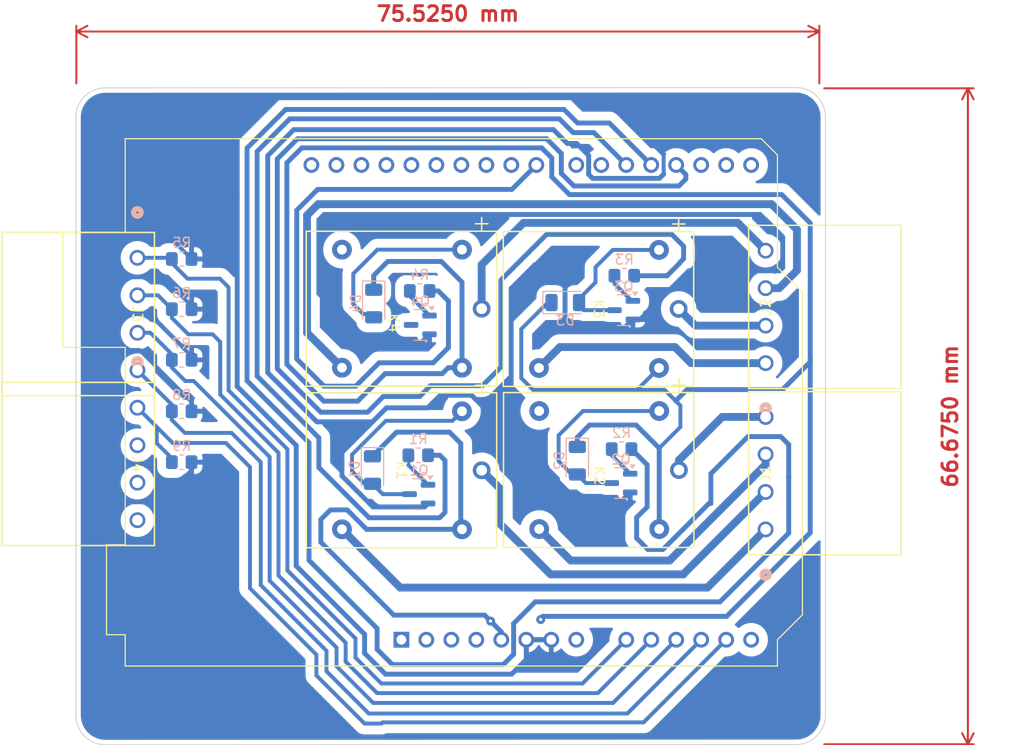
<source format=kicad_pcb>
(kicad_pcb (version 20240108) (generator "pcbnew") (generator_version "8.0")
  (layers (0 "F.Cu" signal) (31 "B.Cu" signal) (34 "B.Paste" user) (35 "F.Paste" user) (36 "B.SilkS" user "B.Silkscreen") (37 "F.SilkS" user "F.Silkscreen") (38 "B.Mask" user) (39 "F.Mask" user) (44 "Edge.Cuts" user))
  (net 0 "")
  (net 1 "Net-(D1-A)")
  (net 2 "5V")
  (net 3 "Net-(D2-A)")
  (net 4 "Net-(D3-A)")
  (net 5 "Net-(D4-A)")
  (net 6 "RNO1")
  (net 7 "COM1")
  (net 8 "RNO2")
  (net 10 "RNO3")
  (net 11 "RNO4")
  (net 13 "GND")
  (net 14 "Net-(Q1-B)")
  (net 15 "Net-(Q2-B)")
  (net 16 "Net-(Q3-B)")
  (net 17 "Net-(Q4-B)")
  (net 18 "OUT1")
  (net 19 "OUT2")
  (net 20 "OUT3")
  (net 21 "OUT4")
  (net 22 "COM2")
  (net 23 "COM4")
  (net 24 "COM3")
  (net 25 "ADC3")
  (net 26 "ADC2")
  (net 27 "ADC1")
  (net 28 "ADC0")
  (net 29 "ADC4")
  (footprint "aseli:CONN_WJ15EDGRC-3.81-4P_KAN" (layer "F.Cu") (at 102.2904 82.3831 90)
    (property "Reference" "J1" (at 5.715 0 90) (layer "F.SilkS"))
    (property "Value" "WJ15EDGRC-3.81-4P")
    (pad "1" thru_hole circle (at 0 0 90) (size 1.6002 1.6002) (drill 1.0922) (layers "*.Cu" "*.Mask") (net 6 "RNO1"))
    (pad "2" thru_hole circle (at 3.81 0 90) (size 1.6002 1.6002) (drill 1.0922) (layers "*.Cu" "*.Mask") (net 7 "COM1"))
    (pad "3" thru_hole circle (at 7.62 0 90) (size 1.6002 1.6002) (drill 1.0922) (layers "*.Cu" "*.Mask") (net 8 "RNO2"))
    (pad "4" thru_hole circle (at 11.43 0 90) (size 1.6002 1.6002) (drill 1.0922) (layers "*.Cu" "*.Mask") (net 22 "COM2"))
  )
  (footprint "aseli:CONN_WJ15EDGRC-3.81-4P_KAN" (layer "F.Cu") (at 102.2904 65.4831 90)
    (property "Reference" "J2" (at 5.715 0 90) (layer "F.SilkS"))
    (property "Value" "WJ15EDGRC-3.81-4P")
    (pad "1" thru_hole circle (at 0 0 90) (size 1.6002 1.6002) (drill 1.0922) (layers "*.Cu" "*.Mask") (net 10 "RNO3"))
    (pad "2" thru_hole circle (at 3.81 0 90) (size 1.6002 1.6002) (drill 1.0922) (layers "*.Cu" "*.Mask") (net 24 "COM3"))
    (pad "3" thru_hole circle (at 7.62 0 90) (size 1.6002 1.6002) (drill 1.0922) (layers "*.Cu" "*.Mask") (net 11 "RNO4"))
    (pad "4" thru_hole circle (at 11.43 0 90) (size 1.6002 1.6002) (drill 1.0922) (layers "*.Cu" "*.Mask") (net 23 "COM4"))
  )
  (footprint "aseli:CONN_WJ15EDGRC-3.81-4P_KAN" (layer "F.Cu") (at 38.4346 70.0169 -90)
    (property "Reference" "J4" (at 5.715 0 -90) (layer "F.SilkS"))
    (property "Value" "WJ15EDGRC-3.81-4P")
    (pad "1" thru_hole circle (at 0 0 270) (size 1.6002 1.6002) (drill 1.0922) (layers "*.Cu" "*.Mask") (net 29 "ADC4"))
    (pad "2" thru_hole circle (at 3.81 0 270) (size 1.6002 1.6002) (drill 1.0922) (layers "*.Cu" "*.Mask"))
    (pad "3" thru_hole circle (at 7.62 0 270) (size 1.6002 1.6002) (drill 1.0922) (layers "*.Cu" "*.Mask"))
    (pad "4" thru_hole circle (at 11.43 0 270) (size 1.6002 1.6002) (drill 1.0922) (layers "*.Cu" "*.Mask"))
  )
  (footprint "aseli:CONN_WJ15EDGRC-3.81-4P_KAN" (layer "F.Cu") (at 38.4346 54.7769 -90)
    (property "Reference" "J3" (at 5.715 0 -90) (layer "F.SilkS"))
    (property "Value" "WJ15EDGRC-3.81-4P")
    (pad "1" thru_hole circle (at 0 0 270) (size 1.6002 1.6002) (drill 1.0922) (layers "*.Cu" "*.Mask") (net 28 "ADC0"))
    (pad "2" thru_hole circle (at 3.81 0 270) (size 1.6002 1.6002) (drill 1.0922) (layers "*.Cu" "*.Mask") (net 27 "ADC1"))
    (pad "3" thru_hole circle (at 7.62 0 270) (size 1.6002 1.6002) (drill 1.0922) (layers "*.Cu" "*.Mask") (net 26 "ADC2"))
    (pad "4" thru_hole circle (at 11.43 0 270) (size 1.6002 1.6002) (drill 1.0922) (layers "*.Cu" "*.Mask") (net 25 "ADC3"))
  )
  (footprint "aseli:RELAY_SRD-05VDC-SL-C_MCE" (layer "F.Cu") (at 93.450799 59.975001 -90)
    (property "Reference" "K3" (at 0 8.1504 -90) (layer "F.SilkS"))
    (property "Value" "SRD-05VDC-SL-C")
    (pad "1" thru_hole circle (at 0 0 270) (size 1.8002 1.8002) (drill 1.0922) (layers "*.Cu" "*.Mask") (net 24 "COM3"))
    (pad "2" thru_hole circle (at -5.999999 2.000001 270) (size 2.005 2.005) (drill 0.997) (layers "*.Cu" "*.Mask") (net 4 "Net-(D3-A)"))
    (pad "4" thru_hole circle (at 5.999999 14.200799 270) (size 2.005 2.005) (drill 0.997) (layers "*.Cu" "*.Mask") (net 10 "RNO3"))
    (pad "5" thru_hole circle (at 5.999999 2.000001 270) (size 2.005 2.005) (drill 0.997) (layers "*.Cu" "*.Mask") (net 2 "5V"))
  )
  (footprint "Module:Arduino_UNO_R3" (layer "F.Cu") (at 65.26 45.6)
    (property "Reference" "A1" (hide yes))
    (property "Value" "Arduino_UNO_R3")
    (pad "1" thru_hole rect (at 0 48 270) (size 1.6 1.6) (drill 1) (layers "*.Cu" "*.Mask"))
    (pad "2" thru_hole oval (at 2.54 48 270) (size 1.6 1.6) (drill 1) (layers "*.Cu" "*.Mask"))
    (pad "3" thru_hole oval (at 5.08 48 270) (size 1.6 1.6) (drill 1) (layers "*.Cu" "*.Mask"))
    (pad "4" thru_hole oval (at 7.62 48 270) (size 1.6 1.6) (drill 1) (layers "*.Cu" "*.Mask"))
    (pad "5" thru_hole oval (at 10.16 48 270) (size 1.6 1.6) (drill 1) (layers "*.Cu" "*.Mask") (net 2 "5V"))
    (pad "6" thru_hole oval (at 12.7 48 270) (size 1.6 1.6) (drill 1) (layers "*.Cu" "*.Mask") (net 13 "GND"))
    (pad "7" thru_hole oval (at 15.24 48 270) (size 1.6 1.6) (drill 1) (layers "*.Cu" "*.Mask") (net 13 "GND"))
    (pad "8" thru_hole oval (at 17.78 48 270) (size 1.6 1.6) (drill 1) (layers "*.Cu" "*.Mask"))
    (pad "9" thru_hole oval (at 22.86 48 270) (size 1.6 1.6) (drill 1) (layers "*.Cu" "*.Mask") (net 28 "ADC0"))
    (pad "10" thru_hole oval (at 25.4 48 270) (size 1.6 1.6) (drill 1) (layers "*.Cu" "*.Mask") (net 27 "ADC1"))
    (pad "11" thru_hole oval (at 27.94 48 270) (size 1.6 1.6) (drill 1) (layers "*.Cu" "*.Mask") (net 26 "ADC2"))
    (pad "12" thru_hole oval (at 30.48 48 270) (size 1.6 1.6) (drill 1) (layers "*.Cu" "*.Mask") (net 25 "ADC3"))
    (pad "13" thru_hole oval (at 33.02 48 270) (size 1.6 1.6) (drill 1) (layers "*.Cu" "*.Mask") (net 29 "ADC4"))
    (pad "14" thru_hole oval (at 35.56 48 270) (size 1.6 1.6) (drill 1) (layers "*.Cu" "*.Mask"))
    (pad "15" thru_hole oval (at 35.56 -0.26 270) (size 1.6 1.6) (drill 1) (layers "*.Cu" "*.Mask"))
    (pad "16" thru_hole oval (at 33.02 -0.26 270) (size 1.6 1.6) (drill 1) (layers "*.Cu" "*.Mask"))
    (pad "17" thru_hole oval (at 30.48 -0.26 270) (size 1.6 1.6) (drill 1) (layers "*.Cu" "*.Mask"))
    (pad "18" thru_hole oval (at 27.94 -0.26 270) (size 1.6 1.6) (drill 1) (layers "*.Cu" "*.Mask") (net 20 "OUT3"))
    (pad "19" thru_hole oval (at 25.4 -0.26 270) (size 1.6 1.6) (drill 1) (layers "*.Cu" "*.Mask") (net 19 "OUT2"))
    (pad "20" thru_hole oval (at 22.86 -0.26 270) (size 1.6 1.6) (drill 1) (layers "*.Cu" "*.Mask") (net 18 "OUT1"))
    (pad "21" thru_hole oval (at 20.32 -0.26 270) (size 1.6 1.6) (drill 1) (layers "*.Cu" "*.Mask"))
    (pad "22" thru_hole oval (at 17.78 -0.26 270) (size 1.6 1.6) (drill 1) (layers "*.Cu" "*.Mask"))
    (pad "23" thru_hole oval (at 13.72 -0.26 270) (size 1.6 1.6) (drill 1) (layers "*.Cu" "*.Mask") (net 21 "OUT4"))
    (pad "24" thru_hole oval (at 11.18 -0.26 270) (size 1.6 1.6) (drill 1) (layers "*.Cu" "*.Mask"))
    (pad "25" thru_hole oval (at 8.64 -0.26 270) (size 1.6 1.6) (drill 1) (layers "*.Cu" "*.Mask"))
    (pad "26" thru_hole oval (at 6.1 -0.26 270) (size 1.6 1.6) (drill 1) (layers "*.Cu" "*.Mask"))
    (pad "27" thru_hole oval (at 3.56 -0.26 270) (size 1.6 1.6) (drill 1) (layers "*.Cu" "*.Mask"))
    (pad "28" thru_hole oval (at 1.02 -0.26 270) (size 1.6 1.6) (drill 1) (layers "*.Cu" "*.Mask"))
    (pad "29" thru_hole oval (at -1.52 -0.26 270) (size 1.6 1.6) (drill 1) (layers "*.Cu" "*.Mask"))
    (pad "30" thru_hole oval (at -4.06 -0.26 270) (size 1.6 1.6) (drill 1) (layers "*.Cu" "*.Mask"))
    (pad "31" thru_hole oval (at -6.6 -0.26 270) (size 1.6 1.6) (drill 1) (layers "*.Cu" "*.Mask"))
    (pad "32" thru_hole oval (at -9.14 -0.26 270) (size 1.6 1.6) (drill 1) (layers "*.Cu" "*.Mask"))
  )
  (footprint "aseli:RELAY_SRD-05VDC-SL-C_MCE" (layer "F.Cu") (at 73.425799 76.375001 -90)
    (property "Reference" "K1" (at 0 8.1504 -90) (layer "F.SilkS"))
    (property "Value" "SRD-05VDC-SL-C")
    (pad "1" thru_hole circle (at 0 0 270) (size 1.8002 1.8002) (drill 1.0922) (layers "*.Cu" "*.Mask") (net 7 "COM1"))
    (pad "2" thru_hole circle (at -5.999999 2.000001 270) (size 2.005 2.005) (drill 0.997) (layers "*.Cu" "*.Mask") (net 1 "Net-(D1-A)"))
    (pad "4" thru_hole circle (at 5.999999 14.200799 270) (size 2.005 2.005) (drill 0.997) (layers "*.Cu" "*.Mask") (net 6 "RNO1"))
    (pad "5" thru_hole circle (at 5.999999 2.000001 270) (size 2.005 2.005) (drill 0.997) (layers "*.Cu" "*.Mask") (net 2 "5V"))
  )
  (footprint "aseli:RELAY_SRD-05VDC-SL-C_MCE" (layer "F.Cu") (at 73.425799 59.950001 -90)
    (property "Reference" "K4" (at 1.45 8.9504 -90) (layer "F.SilkS"))
    (property "Value" "SRD-05VDC-SL-C")
    (pad "1" thru_hole circle (at 0 0 270) (size 1.8002 1.8002) (drill 1.0922) (layers "*.Cu" "*.Mask") (net 23 "COM4"))
    (pad "2" thru_hole circle (at -5.999999 2.000001 270) (size 2.005 2.005) (drill 0.997) (layers "*.Cu" "*.Mask") (net 5 "Net-(D4-A)"))
    (pad "3" thru_hole circle (at -5.999999 14.200799 270) (size 2.005 2.005) (drill 0.997) (layers "*.Cu" "*.Mask"))
    (pad "4" thru_hole circle (at 5.999999 14.200799 270) (size 2.005 2.005) (drill 0.997) (layers "*.Cu" "*.Mask") (net 11 "RNO4"))
    (pad "5" thru_hole circle (at 5.999999 2.000001 270) (size 2.005 2.005) (drill 0.997) (layers "*.Cu" "*.Mask") (net 2 "5V"))
  )
  (footprint "aseli:RELAY_SRD-05VDC-SL-C_MCE" (layer "F.Cu") (at 93.475799 76.349999 -90)
    (property "Reference" "K2" (at 0.575 8.0754 -90) (layer "F.SilkS"))
    (property "Value" "SRD-05VDC-SL-C")
    (pad "1" thru_hole circle (at 0 0 270) (size 1.8002 1.8002) (drill 1.0922) (layers "*.Cu" "*.Mask") (net 22 "COM2"))
    (pad "2" thru_hole circle (at -5.999999 2.000001 270) (size 2.005 2.005) (drill 0.997) (layers "*.Cu" "*.Mask") (net 3 "Net-(D2-A)"))
    (pad "3" thru_hole circle (at -5.999999 14.200799 270) (size 2.005 2.005) (drill 0.997) (layers "*.Cu" "*.Mask"))
    (pad "4" thru_hole circle (at 5.999999 14.200799 270) (size 2.005 2.005) (drill 0.997) (layers "*.Cu" "*.Mask") (net 8 "RNO2"))
    (pad "5" thru_hole circle (at 5.999999 2.000001 270) (size 2.005 2.005) (drill 0.997) (layers "*.Cu" "*.Mask") (net 2 "5V"))
  )
  (footprint "Resistor_SMD:R_0805_2012Metric_Pad1.20x1.40mm_HandSolder" (layer "B.Cu") (at 87.925 56.6 180)
    (property "Reference" "R3" (at 0 1.65 0) (layer "B.SilkS") (effects (justify mirror)))
    (property "Value" "R10k")
    (pad "1" smd roundrect (at -1 0 180) (size 1.2 1.4) (layers "B.Cu" "B.Paste" "B.Mask") (roundrect_rratio 0.208333) (net 20 "OUT3"))
    (pad "2" smd roundrect (at 1 0 180) (size 1.2 1.4) (layers "B.Cu" "B.Paste" "B.Mask") (roundrect_rratio 0.208333) (net 16 "Net-(Q3-B)"))
  )
  (footprint "Resistor_SMD:R_0805_2012Metric_Pad1.20x1.40mm_HandSolder" (layer "B.Cu") (at 42.9346 65.15 180)
    (property "Reference" "R7" (at 0 1.65 0) (layer "B.SilkS") (effects (justify mirror)))
    (property "Value" "R10k")
    (pad "1" smd roundrect (at -1 0 180) (size 1.2 1.4) (layers "B.Cu" "B.Paste" "B.Mask") (roundrect_rratio 0.208333) (net 13 "GND"))
    (pad "2" smd roundrect (at 1 0 180) (size 1.2 1.4) (layers "B.Cu" "B.Paste" "B.Mask") (roundrect_rratio 0.208333) (net 26 "ADC2"))
  )
  (footprint "Resistor_SMD:R_0805_2012Metric_Pad1.20x1.40mm_HandSolder" (layer "B.Cu") (at 42.9346 75.55 180)
    (property "Reference" "R9" (at 0 1.65 0) (layer "B.SilkS") (effects (justify mirror)))
    (property "Value" "R10k")
    (pad "1" smd roundrect (at -1 0 180) (size 1.2 1.4) (layers "B.Cu" "B.Paste" "B.Mask") (roundrect_rratio 0.208333) (net 13 "GND"))
    (pad "2" smd roundrect (at 1 0 180) (size 1.2 1.4) (layers "B.Cu" "B.Paste" "B.Mask") (roundrect_rratio 0.208333) (net 29 "ADC4"))
  )
  (footprint "Package_TO_SOT_SMD:SOT-23" (layer "B.Cu") (at 67.1875 61.6 180)
    (property "Reference" "Q4" (at 0 2.4 0) (layer "B.SilkS") (effects (justify mirror)))
    (property "Value" "SS8050")
    (pad "1" smd roundrect (at -0.9375 0.95 180) (size 1.475 0.6) (layers "B.Cu" "B.Paste" "B.Mask") (net 17 "Net-(Q4-B)"))
    (pad "2" smd roundrect (at -0.9375 -0.95 180) (size 1.475 0.6) (layers "B.Cu" "B.Paste" "B.Mask") (net 13 "GND"))
    (pad "3" smd roundrect (at 0.9375 0 180) (size 1.475 0.6) (layers "B.Cu" "B.Paste" "B.Mask") (net 5 "Net-(D4-A)"))
  )
  (footprint "Package_TO_SOT_SMD:SOT-23" (layer "B.Cu") (at 87.8625 60.1 180)
    (property "Reference" "Q3" (at 0 2.4 0) (layer "B.SilkS") (effects (justify mirror)))
    (property "Value" "SS8050")
    (pad "1" smd roundrect (at -0.9375 0.95 180) (size 1.475 0.6) (layers "B.Cu" "B.Paste" "B.Mask") (net 16 "Net-(Q3-B)"))
    (pad "2" smd roundrect (at -0.9375 -0.95 180) (size 1.475 0.6) (layers "B.Cu" "B.Paste" "B.Mask") (net 13 "GND"))
    (pad "3" smd roundrect (at 0.9375 0 180) (size 1.475 0.6) (layers "B.Cu" "B.Paste" "B.Mask") (net 4 "Net-(D3-A)"))
  )
  (footprint "Diode_SMD:D_1206_3216Metric" (layer "B.Cu") (at 62.45 59.425 -90)
    (property "Reference" "D4" (at 0 1.82 90) (layer "B.SilkS") (effects (justify mirror)))
    (property "Value" "1N4148")
    (pad "1" smd roundrect (at -1.4 0 270) (size 1.25 1.75) (layers "B.Cu" "B.Paste" "B.Mask") (roundrect_rratio 0.2) (net 2 "5V"))
    (pad "2" smd roundrect (at 1.4 0 270) (size 1.25 1.75) (layers "B.Cu" "B.Paste" "B.Mask") (roundrect_rratio 0.2) (net 5 "Net-(D4-A)"))
  )
  (footprint "Package_TO_SOT_SMD:SOT-23" (layer "B.Cu") (at 87.5875 77.675 180)
    (property "Reference" "Q2" (at 0 2.4 0) (layer "B.SilkS") (effects (justify mirror)))
    (property "Value" "SS8050")
    (pad "1" smd roundrect (at -0.9375 0.95 180) (size 1.475 0.6) (layers "B.Cu" "B.Paste" "B.Mask") (net 15 "Net-(Q2-B)"))
    (pad "2" smd roundrect (at -0.9375 -0.95 180) (size 1.475 0.6) (layers "B.Cu" "B.Paste" "B.Mask") (net 13 "GND"))
    (pad "3" smd roundrect (at 0.9375 0 180) (size 1.475 0.6) (layers "B.Cu" "B.Paste" "B.Mask") (net 3 "Net-(D2-A)"))
  )
  (footprint "Resistor_SMD:R_0805_2012Metric_Pad1.20x1.40mm_HandSolder" (layer "B.Cu") (at 42.9346 54.8969 180)
    (property "Reference" "R5" (at 0 1.65 0) (layer "B.SilkS") (effects (justify mirror)))
    (property "Value" "R10k")
    (pad "1" smd roundrect (at -1 0 180) (size 1.2 1.4) (layers "B.Cu" "B.Paste" "B.Mask") (roundrect_rratio 0.208333) (net 13 "GND"))
    (pad "2" smd roundrect (at 1 0 180) (size 1.2 1.4) (layers "B.Cu" "B.Paste" "B.Mask") (roundrect_rratio 0.208333) (net 28 "ADC0"))
  )
  (footprint "Resistor_SMD:R_0805_2012Metric_Pad1.20x1.40mm_HandSolder" (layer "B.Cu") (at 67.125 58.15 180)
    (property "Reference" "R4" (at 0 1.65 0) (layer "B.SilkS") (effects (justify mirror)))
    (property "Value" "R10k")
    (pad "1" smd roundrect (at -1 0 180) (size 1.2 1.4) (layers "B.Cu" "B.Paste" "B.Mask") (roundrect_rratio 0.208333) (net 21 "OUT4"))
    (pad "2" smd roundrect (at 1 0 180) (size 1.2 1.4) (layers "B.Cu" "B.Paste" "B.Mask") (roundrect_rratio 0.208333) (net 17 "Net-(Q4-B)"))
  )
  (footprint "Resistor_SMD:R_0805_2012Metric_Pad1.20x1.40mm_HandSolder" (layer "B.Cu") (at 66.975 74.85 180)
    (property "Reference" "R1" (at 0 1.65 0) (layer "B.SilkS") (effects (justify mirror)))
    (property "Value" "R10k")
    (pad "1" smd roundrect (at -1 0 180) (size 1.2 1.4) (layers "B.Cu" "B.Paste" "B.Mask") (roundrect_rratio 0.208333) (net 18 "OUT1"))
    (pad "2" smd roundrect (at 1 0 180) (size 1.2 1.4) (layers "B.Cu" "B.Paste" "B.Mask") (roundrect_rratio 0.208333) (net 14 "Net-(Q1-B)"))
  )
  (footprint "Resistor_SMD:R_0805_2012Metric_Pad1.20x1.40mm_HandSolder" (layer "B.Cu") (at 87.65 74.225 180)
    (property "Reference" "R2" (at 0 1.65 0) (layer "B.SilkS") (effects (justify mirror)))
    (property "Value" "R10k")
    (pad "1" smd roundrect (at -1 0 180) (size 1.2 1.4) (layers "B.Cu" "B.Paste" "B.Mask") (roundrect_rratio 0.208333) (net 19 "OUT2"))
    (pad "2" smd roundrect (at 1 0 180) (size 1.2 1.4) (layers "B.Cu" "B.Paste" "B.Mask") (roundrect_rratio 0.208333) (net 15 "Net-(Q2-B)"))
  )
  (footprint "Package_TO_SOT_SMD:SOT-23" (layer "B.Cu") (at 67.0375 78.8 180)
    (property "Reference" "Q1" (at 0 2.4 0) (layer "B.SilkS") (effects (justify mirror)))
    (property "Value" "SS8050")
    (pad "1" smd roundrect (at -0.9375 0.95 180) (size 1.475 0.6) (layers "B.Cu" "B.Paste" "B.Mask") (net 14 "Net-(Q1-B)"))
    (pad "2" smd roundrect (at -0.9375 -0.95 180) (size 1.475 0.6) (layers "B.Cu" "B.Paste" "B.Mask") (net 13 "GND"))
    (pad "3" smd roundrect (at 0.9375 0 180) (size 1.475 0.6) (layers "B.Cu" "B.Paste" "B.Mask") (net 1 "Net-(D1-A)"))
  )
  (footprint "Resistor_SMD:R_0805_2012Metric_Pad1.20x1.40mm_HandSolder" (layer "B.Cu") (at 42.9346 70.375 180)
    (property "Reference" "R8" (at 0 1.65 0) (layer "B.SilkS") (effects (justify mirror)))
    (property "Value" "R10k")
    (pad "1" smd roundrect (at -1 0 180) (size 1.2 1.4) (layers "B.Cu" "B.Paste" "B.Mask") (roundrect_rratio 0.208333) (net 13 "GND"))
    (pad "2" smd roundrect (at 1 0 180) (size 1.2 1.4) (layers "B.Cu" "B.Paste" "B.Mask") (roundrect_rratio 0.208333) (net 25 "ADC3"))
  )
  (footprint "Diode_SMD:D_1206_3216Metric" (layer "B.Cu") (at 81.925 59.325)
    (property "Reference" "D3" (at 0 1.82 0) (layer "B.SilkS") (effects (justify mirror)))
    (property "Value" "1N4148")
    (pad "1" smd roundrect (at -1.4 0) (size 1.25 1.75) (layers "B.Cu" "B.Paste" "B.Mask") (roundrect_rratio 0.2) (net 2 "5V"))
    (pad "2" smd roundrect (at 1.4 0) (size 1.25 1.75) (layers "B.Cu" "B.Paste" "B.Mask") (roundrect_rratio 0.2) (net 4 "Net-(D3-A)"))
  )
  (footprint "Diode_SMD:D_1206_3216Metric" (layer "B.Cu") (at 62.325 76.35 -90)
    (property "Reference" "D1" (at 0 1.82 90) (layer "B.SilkS") (effects (justify mirror)))
    (property "Value" "1N4148")
    (pad "1" smd roundrect (at -1.4 0 270) (size 1.25 1.75) (layers "B.Cu" "B.Paste" "B.Mask") (roundrect_rratio 0.2) (net 2 "5V"))
    (pad "2" smd roundrect (at 1.4 0 270) (size 1.25 1.75) (layers "B.Cu" "B.Paste" "B.Mask") (roundrect_rratio 0.2) (net 1 "Net-(D1-A)"))
  )
  (footprint "Resistor_SMD:R_0805_2012Metric_Pad1.20x1.40mm_HandSolder" (layer "B.Cu") (at 42.9346 60 180)
    (property "Reference" "R6" (at 0 1.65 0) (layer "B.SilkS") (effects (justify mirror)))
    (property "Value" "R10k")
    (pad "1" smd roundrect (at -1 0 180) (size 1.2 1.4) (layers "B.Cu" "B.Paste" "B.Mask") (roundrect_rratio 0.208333) (net 13 "GND"))
    (pad "2" smd roundrect (at 1 0 180) (size 1.2 1.4) (layers "B.Cu" "B.Paste" "B.Mask") (roundrect_rratio 0.208333) (net 27 "ADC1"))
  )
  (footprint "Diode_SMD:D_1206_3216Metric" (layer "B.Cu") (at 83.15 75.4 -90)
    (property "Reference" "D2" (at 0 1.82 90) (layer "B.SilkS") (effects (justify mirror)))
    (property "Value" "1N4148")
    (pad "1" smd roundrect (at -1.4 0 270) (size 1.25 1.75) (layers "B.Cu" "B.Paste" "B.Mask") (roundrect_rratio 0.2) (net 2 "5V"))
    (pad "2" smd roundrect (at 1.4 0 270) (size 1.25 1.75) (layers "B.Cu" "B.Paste" "B.Mask") (roundrect_rratio 0.2) (net 3 "Net-(D2-A)"))
  )
  (gr_line (start 108.375 40.3875) (end 108.375 101.1625) (stroke (width 0.1)) (layer "Edge.Cuts"))
  (gr_line (start 105.375 104.25) (end 35.175 104.275) (stroke (width 0.1)) (layer "Edge.Cuts"))
  (gr_arc (start 35.175 104.275) (mid 33.05368 103.39632) (end 32.175 101.275) (stroke (width 0.1)) (layer "Edge.Cuts"))
  (gr_arc (start 32.175 40.5) (mid 33.05368 38.37868) (end 35.175 37.5) (stroke (width 0.1)) (layer "Edge.Cuts"))
  (gr_line (start 32.175 101.275) (end 32.175 40.5) (stroke (width 0.1)) (layer "Edge.Cuts"))
  (gr_arc (start 108.375 101.25) (mid 107.49632 103.37132) (end 105.375 104.25) (stroke (width 0.1)) (layer "Edge.Cuts"))
  (gr_line (start 35.175 37.5) (end 105.375 37.475) (stroke (width 0.1)) (layer "Edge.Cuts"))
  (gr_arc (start 105.375 37.475) (mid 107.49632 38.35368) (end 108.375 40.475) (stroke (width 0.1)) (layer "Edge.Cuts"))
  (dimension (type aligned) (layer "F.Cu") (pts (xy 107.75 37.55) (xy 107.75 104.225)) (height -15.1) (gr_text "66,6750 mm" (at 121.05 70.8875 90) (layer "F.Cu") (effects (font (size 1.5 1.5) (thickness 0.3)))) (format (prefix "") (suffix "") (units 3) (units_format 1) (precision 4)) (style (thickness 0.2) (arrow_length 1.27) (text_position_mode 0) (extension_height 0.58642) (extension_offset 0.5) keep_text_aligned))
  (dimension (type aligned) (layer "F.Cu") (pts (xy 32.225 37.55) (xy 107.75 37.55)) (height -5.775) (gr_text "75,5250 mm" (at 69.9875 29.975 0) (layer "F.Cu") (effects (font (size 1.5 1.5) (thickness 0.3)))) (format (prefix "") (suffix "") (units 3) (units_format 1) (precision 4)) (style (thickness 0.2) (arrow_length 1.27) (text_position_mode 0) (extension_height 0.58642) (extension_offset 0.5) keep_text_aligned))
  (segment (start 60.25 76.475) (end 61.525 77.75) (width 0.4) (layer "B.Cu") (net 1))
  (segment (start 70.4508 71.35) (end 63.675 71.35) (width 0.4) (layer "B.Cu") (net 1))
  (segment (start 63.675 71.35) (end 60.25 74.775) (width 0.4) (layer "B.Cu") (net 1))
  (segment (start 71.425798 70.375002) (end 70.4508 71.35) (width 0.4) (layer "B.Cu") (net 1))
  (segment (start 63.375 78.8) (end 62.325 77.75) (width 0.4) (layer "B.Cu") (net 1))
  (segment (start 60.25 74.775) (end 60.25 76.475) (width 0.4) (layer "B.Cu") (net 1))
  (segment (start 61.525 77.75) (end 62.325 77.75) (width 0.4) (layer "B.Cu") (net 1))
  (segment (start 66.1 78.8) (end 63.375 78.8) (width 0.4) (layer "B.Cu") (net 1))
  (via (at 79.425 91.55) (size 0.9) (drill 0.3) (layers "F.Cu" "B.Cu") (net 2))
  (via (at 79.425 91.525) (size 0.6) (drill 0.3) (layers "F.Cu" "B.Cu") (net 2))
  (via (at 74.3375 91.7125) (size 0.9) (drill 0.3) (layers "F.Cu" "B.Cu") (net 2))
  (via (at 74.3125 91.6875) (size 0.6) (drill 0.3) (layers "F.Cu" "B.Cu") (net 2))
  (segment (start 89.225798 68.2) (end 78.65 68.2) (width 0.4) (layer "B.Cu") (net 2))
  (segment (start 79.425 91.525) (end 79.425 91.55) (width 0.5) (layer "B.Cu") (net 2))
  (segment (start 57.375 69.35) (end 53.625 65.6) (width 0.5) (layer "B.Cu") (net 2))
  (segment (start 106.825 65.05) (end 106.825 65.35) (width 0.5) (layer "B.Cu") (net 2))
  (segment (start 62.45 56.575) (end 63.875 55.15) (width 0.5) (layer "B.Cu") (net 2))
  (segment (start 53.625 45.125) (end 55.15 43.6) (width 0.5) (layer "B.Cu") (net 2))
  (segment (start 89.125 71.775) (end 91.475798 74.125798) (width 0.5) (layer "B.Cu") (net 2))
  (segment (start 70.15 72.5) (end 64.775 72.5) (width 0.5) (layer "B.Cu") (net 2))
  (segment (start 63.875 55.15) (end 69.325 55.15) (width 0.5) (layer "B.Cu") (net 2))
  (segment (start 98.325 91.225) (end 106.825 82.725) (width 0.5) (layer "B.Cu") (net 2))
  (segment (start 106.825 82.725) (end 106.825 65.05) (width 0.5) (layer "B.Cu") (net 2))
  (segment (start 78.65 68.2) (end 77.45 67) (width 0.4) (layer "B.Cu") (net 2))
  (segment (start 69.425 66.55) (end 63.625 66.55) (width 0.5) (layer "B.Cu") (net 2))
  (segment (start 94.3 68.175) (end 93.15 69.325) (width 0.5) (layer "B.Cu") (net 2))
  (segment (start 64.775 72.5) (end 62.325 74.95) (width 0.5) (layer "B.Cu") (net 2))
  (segment (start 75.42 92.795) (end 75.42 93.6) (width 0.5) (layer "B.Cu") (net 2))
  (segment (start 71.425798 65.95) (end 70.025 65.95) (width 0.5) (layer "B.Cu") (net 2))
  (segment (start 60.825 69.35) (end 57.375 69.35) (width 0.5) (layer "B.Cu") (net 2))
  (segment (start 71.425798 82.375) (end 61.725 82.375) (width 0.5) (layer "B.Cu") (net 2))
  (segment (start 70.025 65.95) (end 69.425 66.55) (width 0.5) (layer "B.Cu") (net 2))
  (segment (start 80.15 59.325) (end 80.525 59.325) (width 0.4) (layer "B.Cu") (net 2))
  (segment (start 63.625 66.55) (end 60.825 69.35) (width 0.5) (layer "B.Cu") (net 2))
  (segment (start 106.825 65.35) (end 104 68.175) (width 0.5) (layer "B.Cu") (net 2))
  (segment (start 104 68.175) (end 94.3 68.175) (width 0.5) (layer "B.Cu") (net 2))
  (segment (start 71.425798 57.250798) (end 71.425798 65.95) (width 0.5) (layer "B.Cu") (net 2))
  (segment (start 93.625 69.8) (end 93.625 71.976596) (width 0.4) (layer "B.Cu") (net 2))
  (segment (start 57.075 81.375) (end 57.075 83.675) (width 0.5) (layer "B.Cu") (net 2))
  (segment (start 84.4 71.775) (end 89.125 71.775) (width 0.5) (layer "B.Cu") (net 2))
  (segment (start 77.45 62.025) (end 80.15 59.325) (width 0.4) (layer "B.Cu") (net 2))
  (segment (start 74.3375 91.7125) (end 75.42 92.795) (width 0.5) (layer "B.Cu") (net 2))
  (segment (start 79.525 43.6) (end 80.55 44.625) (width 0.5) (layer "B.Cu") (net 2))
  (segment (start 73.725 91.1) (end 74.3125 91.6875) (width 0.5) (layer "B.Cu") (net 2))
  (segment (start 79.625 91.225) (end 98.325 91.225) (width 0.5) (layer "B.Cu") (net 2))
  (segment (start 89.700798 67.725) (end 91.450798 65.975) (width 0.4) (layer "B.Cu") (net 2))
  (segment (start 71.3 82.249202) (end 71.3 73.65) (width 0.5) (layer "B.Cu") (net 2))
  (segment (start 93.625 71.976596) (end 91.475798 74.125798) (width 0.4) (layer "B.Cu") (net 2))
  (segment (start 103.925 48.35) (end 106.825 51.25) (width 0.5) (layer "B.Cu") (net 2))
  (segment (start 79.425 91.425) (end 79.625 91.225) (width 0.5) (layer "B.Cu") (net 2))
  (segment (start 80.55 46.55) (end 82.35 48.35) (width 0.5) (layer "B.Cu") (net 2))
  (segment (start 77.45 67) (end 77.45 62.025) (width 0.4) (layer "B.Cu") (net 2))
  (segment (start 91.475798 74.125798) (end 91.475798 82.349998) (width 0.5) (layer "B.Cu") (net 2))
  (segment (start 83.15 74) (end 83.15 73.025) (width 0.5) (layer "B.Cu") (net 2))
  (segment (start 62.45 58.025) (end 62.45 56.575) (width 0.5) (layer "B.Cu") (net 2))
  (segment (start 93.15 69.325) (end 92.025 68.2) (width 0.4) (layer "B.Cu") (net 2))
  (segment (start 80.55 44.625) (end 80.55 46.55) (width 0.5) (layer "B.Cu") (net 2))
  (segment (start 83.15 73.025) (end 84.4 71.775) (width 0.5) (layer "B.Cu") (net 2))
  (segment (start 59.75 80.4) (end 58.05 80.4) (width 0.5) (layer "B.Cu") (net 2))
  (segment (start 57.075 83.675) (end 64.5 91.1) (width 0.5) (layer "B.Cu") (net 2))
  (segment (start 71.425798 82.375) (end 71.3 82.249202) (width 0.5) (layer "B.Cu") (net 2))
  (segment (start 69.325 55.15) (end 71.425798 57.250798) (width 0.5) (layer "B.Cu") (net 2))
  (segment (start 82.35 48.35) (end 103.925 48.35) (width 0.5) (layer "B.Cu") (net 2))
  (segment (start 64.5 91.1) (end 73.725 91.1) (width 0.5) (layer "B.Cu") (net 2))
  (segment (start 55.15 43.6) (end 79.525 43.6) (width 0.5) (layer "B.Cu") (net 2))
  (segment (start 89.700798 67.725) (end 89.225798 68.2) (width 0.4) (layer "B.Cu") (net 2))
  (segment (start 71.3 73.65) (end 70.15 72.5) (width 0.5) (layer "B.Cu") (net 2))
  (segment (start 58.05 80.4) (end 57.075 81.375) (width 0.5) (layer "B.Cu") (net 2))
  (segment (start 93.15 69.325) (end 93.625 69.8) (width 0.4) (layer "B.Cu") (net 2))
  (segment (start 53.625 65.6) (end 53.625 45.125) (width 0.5) (layer "B.Cu") (net 2))
  (segment (start 106.825 51.25) (end 106.825 65.05) (width 0.5) (layer "B.Cu") (net 2))
  (segment (start 61.725 82.375) (end 59.75 80.4) (width 0.5) (layer "B.Cu") (net 2))
  (segment (start 79.425 91.525) (end 79.425 91.425) (width 0.5) (layer "B.Cu") (net 2))
  (segment (start 92.025 68.2) (end 89.225798 68.2) (width 0.4) (layer "B.Cu") (net 2))
  (segment (start 74.3125 91.6875) (end 74.3375 91.7125) (width 0.5) (layer "B.Cu") (net 2))
  (segment (start 83.15 76.8) (end 82.6 76.8) (width 0.4) (layer "B.Cu") (net 3))
  (segment (start 81.25 72.825) (end 83.725 70.35) (width 0.4) (layer "B.Cu") (net 3))
  (segment (start 81.25 75.45) (end 81.25 72.825) (width 0.4) (layer "B.Cu") (net 3))
  (segment (start 83.15 76.8) (end 82.45 76.8) (width 0.4) (layer "B.Cu") (net 3))
  (segment (start 87.125 77.675) (end 84.025 77.675) (width 0.4) (layer "B.Cu") (net 3))
  (segment (start 83.725 70.35) (end 91.475798 70.35) (width 0.4) (layer "B.Cu") (net 3))
  (segment (start 82.6 76.8) (end 81.25 75.45) (width 0.4) (layer "B.Cu") (net 3))
  (segment (start 84.025 77.675) (end 83.15 76.8) (width 0.4) (layer "B.Cu") (net 3))
  (segment (start 91.450798 53.975002) (end 86.749998 53.975002) (width 0.4) (layer "B.Cu") (net 4))
  (segment (start 86.925 60.1) (end 83.825 60.1) (width 0.4) (layer "B.Cu") (net 4))
  (segment (start 85 55.725) (end 85 57.275) (width 0.4) (layer "B.Cu") (net 4))
  (segment (start 85 57.275) (end 83 59.275) (width 0.4) (layer "B.Cu") (net 4))
  (segment (start 83.825 60.1) (end 83 59.275) (width 0.4) (layer "B.Cu") (net 4))
  (segment (start 86.749998 53.975002) (end 85 55.725) (width 0.4) (layer "B.Cu") (net 4))
  (segment (start 62.824998 53.950002) (end 60.375 56.4) (width 0.4) (layer "B.Cu") (net 5))
  (segment (start 62.15 60.875) (end 62.05 60.875) (width 0.4) (layer "B.Cu") (net 5))
  (segment (start 71.425798 53.950002) (end 62.824998 53.950002) (width 0.4) (layer "B.Cu") (net 5))
  (segment (start 62.125 60.5) (end 62.45 60.825) (width 0.4) (layer "B.Cu") (net 5))
  (segment (start 60.375 56.4) (end 60.375 59.475) (width 0.4) (layer "B.Cu") (net 5))
  (segment (start 60.375 59.475) (end 61.4 60.5) (width 0.4) (layer "B.Cu") (net 5))
  (segment (start 61.4 60.5) (end 62.125 60.5) (width 0.4) (layer "B.Cu") (net 5))
  (segment (start 96.3735 88.3) (end 102.2904 82.3831) (width 0.8) (layer "B.Cu") (net 6))
  (segment (start 59.225 82.375) (end 65.15 88.3) (width 0.8) (layer "B.Cu") (net 6))
  (segment (start 65.15 88.3) (end 96.3735 88.3) (width 0.8) (layer "B.Cu") (net 6))
  (segment (start 93.95 86.95) (end 93.95 86.9135) (width 0.8) (layer "B.Cu") (net 7))
  (segment (start 93.95 86.9135) (end 102.2904 78.5731) (width 0.8) (layer "B.Cu") (net 7))
  (segment (start 73.425799 76.375001) (end 75.275 78.224202) (width 0.8) (layer "B.Cu") (net 7))
  (segment (start 75.275 78.224202) (end 75.275 81.8) (width 0.8) (layer "B.Cu") (net 7))
  (segment (start 75.275 81.8) (end 80.425 86.95) (width 0.8) (layer "B.Cu") (net 7))
  (segment (start 80.425 86.95) (end 93.95 86.95) (width 0.8) (layer "B.Cu") (net 7))
  (segment (start 102.2904 75.7846) (end 102.2904 74.7631) (width 0.8) (layer "B.Cu") (net 8))
  (segment (start 92.525 85.55) (end 102.2904 75.7846) (width 0.8) (layer "B.Cu") (net 8))
  (segment (start 79.275 82.349998) (end 82.475002 85.55) (width 0.8) (layer "B.Cu") (net 8))
  (segment (start 82.475002 85.55) (end 92.525 85.55) (width 0.8) (layer "B.Cu") (net 8))
  (segment (start 79.25 65.975) (end 81.375 63.85) (width 0.8) (layer "B.Cu") (net 10))
  (segment (start 93.075 63.85) (end 94.7081 65.4831) (width 0.8) (layer "B.Cu") (net 10))
  (segment (start 94.7081 65.4831) (end 102.2904 65.4831) (width 0.8) (layer "B.Cu") (net 10))
  (segment (start 81.375 63.85) (end 93.075 63.85) (width 0.8) (layer "B.Cu") (net 10))
  (segment (start 55.675 50.45) (end 56.8 49.325) (width 0.8) (layer "B.Cu") (net 11))
  (segment (start 102.9 49.325) (end 105.475 51.9) (width 0.8) (layer "B.Cu") (net 11))
  (segment (start 56.8 49.325) (end 102.9 49.325) (width 0.8) (layer "B.Cu") (net 11))
  (segment (start 105.475 51.9) (end 105.475 56.05) (width 0.8) (layer "B.Cu") (net 11))
  (segment (start 105.475 56.05) (end 103.6619 57.8631) (width 0.8) (layer "B.Cu") (net 11))
  (segment (start 103.6619 57.8631) (end 102.2904 57.8631) (width 0.8) (layer "B.Cu") (net 11))
  (segment (start 55.675 62.4) (end 55.675 50.45) (width 0.8) (layer "B.Cu") (net 11))
  (segment (start 59.225 65.95) (end 55.675 62.4) (width 0.8) (layer "B.Cu") (net 11))
  (segment (start 59.225 76.95) (end 62.375 80.1) (width 0.5) (layer "B.Cu") (net 13))
  (segment (start 68.125 62.55) (end 66.825 63.85) (width 0.5) (layer "B.Cu") (net 13))
  (segment (start 84.7 46.7) (end 91.5 46.7) (width 0.5) (layer "B.Cu") (net 13))
  (segment (start 57.425 50.375) (end 101.725 50.375) (width 0.5) (layer "B.Cu") (net 13))
  (segment (start 76.425 72.775) (end 73.925 70.275) (width 0.5) (layer "B.Cu") (net 13))
  (segment (start 87.6 79.55) (end 83.2 79.55) (width 0.5) (layer "B.Cu") (net 13))
  (segment (start 56.875 58.4) (end 56.875 50.925) (width 0.5) (layer "B.Cu") (net 13))
  (segment (start 54.325 41.75) (end 80.725 41.75) (width 0.5) (layer "B.Cu") (net 13))
  (segment (start 38.65 64.15) (end 37.025 64.15) (width 0.4) (layer "B.Cu") (net 13))
  (segment (start 76.425 57.9) (end 76.425 72.775) (width 0.5) (layer "B.Cu") (net 13))
  (segment (start 54.575 86.1) (end 61.525 93.05) (width 0.5) (layer "B.Cu") (net 13))
  (segment (start 41.025 56.75) (end 37.625 56.75) (width 0.4) (layer "B.Cu") (net 13))
  (segment (start 45.325 51.5) (end 38.625 51.5) (width 0.5) (layer "B.Cu") (net 13))
  (segment (start 44.2531 54.8969) (end 43.9346 54.8969) (width 0.4) (layer "B.Cu") (net 13))
  (segment (start 84.3 44.375) (end 84.3 46.3) (width 0.5) (layer "B.Cu") (net 13))
  (segment (start 89.537499 61.05) (end 88.8 61.05) (width 0.5) (layer "B.Cu") (net 13))
  (segment (start 43.9346 65.15) (end 43.9346 64.7846) (width 0.4) (layer "B.Cu") (net 13))
  (segment (start 36.1 55.225) (end 36.1 55.125) (width 0.4) (layer "B.Cu") (net 13))
  (segment (start 61.525 94.975) (end 63.65 97.1) (width 0.5) (layer "B.Cu") (net 13))
  (segment (start 43.9346 70.375) (end 43.9346 69.4346) (width 0.4) (layer "B.Cu") (net 13))
  (segment (start 72.4 68.75) (end 69.225 68.75) (width 0.5) (layer "B.Cu") (net 13))
  (segment (start 62.325 71.45) (end 59.225 74.55) (width 0.5) (layer "B.Cu") (net 13))
  (segment (start 43.9346 64.7846) (end 39.55 60.4) (width 0.4) (layer "B.Cu") (net 13))
  (segment (start 51.675 44.4) (end 54.325 41.75) (width 0.5) (layer "B.Cu") (net 13))
  (segment (start 87.65 62.2) (end 82.975 62.2) (width 0.5) (layer "B.Cu") (net 13))
  (segment (start 82.975 62.2) (end 81.9 61.125) (width 0.5) (layer "B.Cu") (net 13))
  (segment (start 43.9346 59.6596) (end 41.025 56.75) (width 0.4) (layer "B.Cu") (net 13))
  (segment (start 48.575 48.25) (end 45.325 51.5) (width 0.5) (layer "B.Cu") (net 13))
  (segment (start 83.075 43.15) (end 84.3 44.375) (width 0.5) (layer "B.Cu") (net 13))
  (segment (start 69.225 68.75) (end 67.95 70.025) (width 0.5) (layer "B.Cu") (net 13))
  (segment (start 43.9346 75.55) (end 43.9346 76.3654) (width 0.4) (layer "B.Cu") (net 13))
  (segment (start 36.1 53.075) (end 37.675 51.5) (width 0.4) (layer "B.Cu") (net 13))
  (segment (start 88.8 61.05) (end 87.65 62.2) (width 0.5) (layer "B.Cu") (net 13))
  (segment (start 56.675 71.45) (end 51.675 66.45) (width 0.5) (layer "B.Cu") (net 13))
  (segment (start 37.025 60.4) (end 36.1 59.475) (width 0.4) (layer "B.Cu") (net 13))
  (segment (start 63.65 97.1) (end 76.475 97.1) (width 0.5) (layer "B.Cu") (net 13))
  (segment (start 37.625 56.75) (end 36.1 55.225) (width 0.4) (layer "B.Cu") (net 13))
  (segment (start 37.025 64.15) (end 36.1 63.225) (width 0.4) (layer "B.Cu") (net 13))
  (segment (start 80.975 55.475) (end 78.85 55.475) (width 0.5) (layer "B.Cu") (net 13))
  (segment (start 91.5 46.7) (end 91.925 46.275) (width 0.5) (layer "B.Cu") (net 13))
  (segment (start 63.75 70.025) (end 62.325 71.45) (width 0.5) (layer "B.Cu") (net 13))
  (segment (start 62.325 63.85) (end 56.875 58.4) (width 0.5) (layer "B.Cu") (net 13))
  (segment (start 91.925 44.25) (end 86.175 38.5) (width 0.5) (layer "B.Cu") (net 13))
  (segment (start 81.9 56.4) (end 80.975 55.475) (width 0.5) (layer "B.Cu") (net 13))
  (segment (start 43.9346 54.8969) (end 40.5377 51.5) (width 0.4) (layer "B.Cu") (net 13))
  (segment (start 48.575 42.525) (end 48.575 48.25) (width 0.5) (layer "B.Cu") (net 13))
  (segment (start 77.95 93.59) (end 77.96 93.6) (width 0.5) (layer "B.Cu") (net 13))
  (segment (start 104.025 55.775) (end 103.7 56.1) (width 0.5) (layer "B.Cu") (net 13))
  (segment (start 80.725 41.75) (end 82.125 43.15) (width 0.5) (layer "B.Cu") (net 13))
  (segment (start 93.48125 57.10625) (end 92.59375 57.99375) (width 0.5) (layer "B.Cu") (net 13))
  (segment (start 73.925 70.275) (end 72.4 68.75) (width 0.5) (layer "B.Cu") (net 13))
  (segment (start 62.325 71.45) (end 56.675 71.45) (width 0.5) (layer "B.Cu") (net 13))
  (segment (start 94.487499 56.1) (end 93.48125 57.10625) (width 0.5) (layer "B.Cu") (net 13))
  (segment (start 36.1 63.225) (end 36.1 59.475) (width 0.4) (layer "B.Cu") (net 13))
  (segment (start 82.125 43.15) (end 83.075 43.15) (width 0.5) (layer "B.Cu") (net 13))
  (segment (start 101.725 50.375) (end 104.025 52.675) (width 0.5) (layer "B.Cu") (net 13))
  (segment (start 76.475 97.1) (end 77.96 95.615) (width 0.5) (layer "B.Cu") (net 13))
  (segment (start 48.575 48.25) (end 48.575 67.85) (width 0.5) (layer "B.Cu") (net 13))
  (segment (start 78.85 55.475) (end 76.425 57.9) (width 0.5) (layer "B.Cu") (net 13))
  (segment (start 67.625 80.1) (end 67.975 79.75) (width 0.5) (layer "B.Cu") (net 13))
  (segment (start 40.5377 51.5) (end 38.625 51.5) (width 0.4) (layer "B.Cu") (net 13))
  (segment (start 52.6 38.5) (end 48.575 42.525) (width 0.5) (layer "B.Cu") (net 13))
  (segment (start 77.96 95.615) (end 77.96 93.6) (width 0.5) (layer "B.Cu") (net 13))
  (segment (start 66.825 63.85) (end 62.325 63.85) (width 0.5) (layer "B.Cu") (net 13))
  (segment (start 62.375 80.1) (end 67.625 80.1) (width 0.5) (layer "B.Cu") (net 13))
  (segment (start 37.35 79.625) (end 36.1 78.375) (width 0.4) (layer "B.Cu") (net 13))
  (segment (start 43.9346 60) (end 43.9346 59.6596) (width 0.4) (layer "B.Cu") (net 13))
  (segment (start 40.675 79.625) (end 37.35 79.625) (width 0.4) (layer "B.Cu") (net 13))
  (segment (start 51.675 66.45) (end 51.675 44.4) (width 0.5) (layer "B.Cu") (net 13))
  (segment (start 36.1 55.125) (end 36.1 53.075) (width 0.4) (layer "B.Cu") (net 13))
  (segment (start 54.575 73.85) (end 54.575 86.1) (width 0.5) (layer "B.Cu") (net 13))
  (segment (start 48.575 67.85) (end 54.575 73.85) (width 0.5) (layer "B.Cu") (net 13))
  (segment (start 67.95 70.025) (end 63.75 70.025) (width 0.5) (layer "B.Cu") (net 13))
  (segment (start 39.55 60.4) (end 37.025 60.4) (width 0.4) (layer "B.Cu") (net 13))
  (segment (start 88.525 78.625) (end 87.6 79.55) (width 0.5) (layer "B.Cu") (net 13))
  (segment (start 38.625 51.5) (end 37.675 51.5) (width 0.5) (layer "B.Cu") (net 13))
  (segment (start 81.9 61.125) (end 81.9 56.4) (width 0.5) (layer "B.Cu") (net 13))
  (segment (start 84.3 46.3) (end 84.7 46.7) (width 0.5) (layer "B.Cu") (net 13))
  (segment (start 104.025 52.675) (end 104.025 55.775) (width 0.5) (layer "B.Cu") (net 13))
  (segment (start 36.1 78.375) (end 36.1 63.225) (width 0.4) (layer "B.Cu") (net 13))
  (segment (start 77.96 93.6) (end 80.5 93.6) (width 0.5) (layer "B.Cu") (net 13))
  (segment (start 103.7 56.1) (end 94.487499 56.1) (width 0.5) (layer "B.Cu") (net 13))
  (segment (start 43.9346 69.4346) (end 38.65 64.15) (width 0.4) (layer "B.Cu") (net 13))
  (segment (start 83.2 79.55) (end 76.425 72.775) (width 0.5) (layer "B.Cu") (net 13))
  (segment (start 36.1 59.475) (end 36.1 55.125) (width 0.4) (layer "B.Cu") (net 13))
  (segment (start 86.175 38.5) (end 52.6 38.5) (width 0.5) (layer "B.Cu") (net 13))
  (segment (start 61.525 93.05) (end 61.525 94.975) (width 0.5) (layer "B.Cu") (net 13))
  (segment (start 43.9346 76.3654) (end 40.675 79.625) (width 0.4) (layer "B.Cu") (net 13))
  (segment (start 56.875 50.925) (end 57.425 50.375) (width 0.5) (layer "B.Cu") (net 13))
  (segment (start 59.225 74.55) (end 59.225 76.95) (width 0.5) (layer "B.Cu") (net 13))
  (segment (start 92.59375 57.99375) (end 89.537499 61.05) (width 0.5) (layer "B.Cu") (net 13))
  (segment (start 91.925 46.275) (end 91.925 44.25) (width 0.4) (layer "B.Cu") (net 13))
  (segment (start 65.975 74.85) (end 65.975 75.85) (width 0.4) (layer "B.Cu") (net 14))
  (segment (start 65.975 75.85) (end 67.975 77.85) (width 0.4) (layer "B.Cu") (net 14))
  (segment (start 86.65 74.85) (end 88.525 76.725) (width 0.4) (layer "B.Cu") (net 15))
  (segment (start 86.65 74.225) (end 86.65 74.85) (width 0.4) (layer "B.Cu") (net 15))
  (segment (start 88.8 59.15) (end 88.675 59.15) (width 0.4) (layer "B.Cu") (net 16))
  (segment (start 88.675 59.15) (end 86.925 57.4) (width 0.4) (layer "B.Cu") (net 16))
  (segment (start 86.925 57.4) (end 86.925 56.6) (width 0.4) (layer "B.Cu") (net 16))
  (segment (start 66.125 58.15) (end 66.125 58.65) (width 0.4) (layer "B.Cu") (net 17))
  (segment (start 66.125 58.65) (end 68.125 60.65) (width 0.4) (layer "B.Cu") (net 17))
  (segment (start 82.725 42.05) (end 84.83 42.05) (width 0.5) (layer "B.Cu") (net 18))
  (segment (start 50.6 66.8) (end 50.6 43.975) (width 0.5) (layer "B.Cu") (net 18))
  (segment (start 69.15 81.2) (end 61.975 81.2) (width 0.5) (layer "B.Cu") (net 18))
  (segment (start 69.175 74.85) (end 69.7 75.375) (width 0.5) (layer "B.Cu") (net 18))
  (segment (start 84.83 42.05) (end 88.12 45.34) (width 0.5) (layer "B.Cu") (net 18))
  (segment (start 56.875 73.075) (end 50.6 66.8) (width 0.5) (layer "B.Cu") (net 18))
  (segment (start 69.7 80.65) (end 69.15 81.2) (width 0.5) (layer "B.Cu") (net 18))
  (segment (start 81.325 40.65) (end 82.725 42.05) (width 0.5) (layer "B.Cu") (net 18))
  (segment (start 50.6 43.975) (end 53.925 40.65) (width 0.5) (layer "B.Cu") (net 18))
  (segment (start 67.975 74.85) (end 69.175 74.85) (width 0.5) (layer "B.Cu") (net 18))
  (segment (start 69.7 75.375) (end 69.7 80.65) (width 0.5) (layer "B.Cu") (net 18))
  (segment (start 61.975 81.2) (end 56.875 76.1) (width 0.5) (layer "B.Cu") (net 18))
  (segment (start 56.875 76.1) (end 56.875 73.075) (width 0.5) (layer "B.Cu") (net 18))
  (segment (start 53.925 40.65) (end 81.325 40.65) (width 0.5) (layer "B.Cu") (net 18))
  (segment (start 76.675 95.075) (end 75.625 96.125) (width 0.5) (layer "B.Cu") (net 19))
  (segment (start 103.825 72.95) (end 104.633461 73.758461) (width 0.5) (layer "B.Cu") (net 19))
  (segment (start 90.25 80.1) (end 89.175 81.175) (width 0.5) (layer "B.Cu") (net 19))
  (segment (start 100.5 72.95) (end 103.825 72.95) (width 0.5) (layer "B.Cu") (net 19))
  (segment (start 75.625 96.125) (end 64.35 96.125) (width 0.5) (layer "B.Cu") (net 19))
  (segment (start 89.175 81.175) (end 89.175 83.275) (width 0.5) (layer "B.Cu") (net 19))
  (segment (start 49.575 67.275) (end 49.575 43.625) (width 0.5) (layer "B.Cu") (net 19))
  (segment (start 53.5 39.7) (end 81.8 39.7) (width 0.5) (layer "B.Cu") (net 19))
  (segment (start 55.875 73.575) (end 49.575 67.275) (width 0.5) (layer "B.Cu") (net 19))
  (segment (start 78.875 89.75) (end 76.675 91.95) (width 0.5) (layer "B.Cu") (net 19))
  (segment (start 96.525 79.75) (end 96.725 79.75) (width 0.5) (layer "B.Cu") (net 19))
  (segment (start 104.633461 73.758461) (end 104.633461 77.2) (width 0.5) (layer "B.Cu") (net 19))
  (segment (start 90.325 84.425) (end 91.85 84.425) (width 0.5) (layer "B.Cu") (net 19))
  (segment (start 89.175 83.275) (end 90.325 84.425) (width 0.5) (layer "B.Cu") (net 19))
  (segment (start 90.25 75.825) (end 90.25 80.1) (width 0.5) (layer "B.Cu") (net 19))
  (segment (start 81.8 39.7) (end 83.175 41.075) (width 0.5) (layer "B.Cu") (net 19))
  (segment (start 86.395 41.075) (end 90.66 45.34) (width 0.5) (layer "B.Cu") (net 19))
  (segment (start 62.8 92.45) (end 55.875 85.525) (width 0.5) (layer "B.Cu") (net 19))
  (segment (start 55.875 85.525) (end 55.875 73.575) (width 0.5) (layer "B.Cu") (net 19))
  (segment (start 96.725 76.725) (end 100.5 72.95) (width 0.5) (layer "B.Cu") (net 19))
  (segment (start 64.35 96.125) (end 62.8 94.575) (width 0.5) (layer "B.Cu") (net 19))
  (segment (start 104.633461 76.958461) (end 104.633461 82.766539) (width 0.5) (layer "B.Cu") (net 19))
  (segment (start 91.85 84.425) (end 96.525 79.75) (width 0.5) (layer "B.Cu") (net 19))
  (segment (start 88.65 74.225) (end 90.25 75.825) (width 0.5) (layer "B.Cu") (net 19))
  (segment (start 104.633461 82.766539) (end 97.65 89.75) (width 0.5) (layer "B.Cu") (net 19))
  (segment (start 97.65 89.75) (end 78.875 89.75) (width 0.5) (layer "B.Cu") (net 19))
  (segment (start 83.175 41.075) (end 86.395 41.075) (width 0.5) (layer "B.Cu") (net 19))
  (segment (start 96.725 79.75) (end 96.725 76.725) (width 0.5) (layer "B.Cu") (net 19))
  (segment (start 76.675 91.95) (end 76.675 95.075) (width 0.5) (layer "B.Cu") (net 19))
  (segment (start 62.8 94.575) (end 62.8 92.45) (width 0.5) (layer "B.Cu") (net 19))
  (segment (start 49.575 43.625) (end 53.5 39.7) (width 0.5) (layer "B.Cu") (net 19))
  (segment (start 67.125 68.875) (end 63.425 68.875) (width 0.5) (layer "B.Cu") (net 20))
  (segment (start 88.925 56.6) (end 92.275 56.6) (width 0.5) (layer "B.Cu") (net 20))
  (segment (start 94.175 46.775) (end 94.175 46.315) (width 0.5) (layer "B.Cu") (net 20))
  (segment (start 93.95 54.875) (end 93.95 53.6) (width 0.5) (layer "B.Cu") (net 20))
  (segment (start 75.375 65.9) (end 73.5 67.775) (width 0.5) (layer "B.Cu") (net 20))
  (segment (start 80.025 52.4) (end 75.375 57.05) (width 0.5) (layer "B.Cu") (net 20))
  (segment (start 81.525 44.175) (end 81.525 46.2) (width 0.5) (layer "B.Cu") (net 20))
  (segment (start 81.525 46.2) (end 82.8 47.475) (width 0.5) (layer "B.Cu") (net 20))
  (segment (start 80.025 42.675) (end 81.525 44.175) (width 0.5) (layer "B.Cu") (net 20))
  (segment (start 75.375 57.05) (end 75.375 65.9) (width 0.5) (layer "B.Cu") (net 20))
  (segment (start 93.95 53.6) (end 92.75 52.4) (width 0.5) (layer "B.Cu") (net 20))
  (segment (start 82.8 47.475) (end 93.475 47.475) (width 0.5) (layer "B.Cu") (net 20))
  (segment (start 92.75 52.4) (end 80.025 52.4) (width 0.5) (layer "B.Cu") (net 20))
  (segment (start 94.175 46.315) (end 93.2 45.34) (width 0.5) (layer "B.Cu") (net 20))
  (segment (start 52.65 66.05) (end 52.65 44.725) (width 0.5) (layer "B.Cu") (net 20))
  (segment (start 54.7 42.675) (end 80.025 42.675) (width 0.5) (layer "B.Cu") (net 20))
  (segment (start 52.65 44.725) (end 54.7 42.675) (width 0.5) (layer "B.Cu") (net 20))
  (segment (start 93.55 55.275) (end 93.95 54.875) (width 0.5) (layer "B.Cu") (net 20))
  (segment (start 73.5 67.775) (end 68.225 67.775) (width 0.5) (layer "B.Cu") (net 20))
  (segment (start 61.825 70.475) (end 57.075 70.475) (width 0.5) (layer "B.Cu") (net 20))
  (segment (start 93.475 47.475) (end 94.175 46.775) (width 0.5) (layer "B.Cu") (net 20))
  (segment (start 68.225 67.775) (end 67.125 68.875) (width 0.5) (layer "B.Cu") (net 20))
  (segment (start 92.275 56.6) (end 93.55 55.325) (width 0.5) (layer "B.Cu") (net 20))
  (segment (start 63.425 68.875) (end 61.825 70.475) (width 0.5) (layer "B.Cu") (net 20))
  (segment (start 93.55 55.325) (end 93.55 55.275) (width 0.5) (layer "B.Cu") (net 20))
  (segment (start 57.075 70.475) (end 52.65 66.05) (width 0.5) (layer "B.Cu") (net 20))
  (segment (start 54.625 65.05) (end 54.625 49.95) (width 0.5) (layer "B.Cu") (net 21))
  (segment (start 60.625 67.825) (end 57.4 67.825) (width 0.5) (layer "B.Cu") (net 21))
  (segment (start 70.05 59.175) (end 70.05 63.9) (width 0.5) (layer "B.Cu") (net 21))
  (segment (start 56.75 47.825) (end 76.495 47.825) (width 0.5) (layer "B.Cu") (net 21))
  (segment (start 63 65.45) (end 60.625 67.825) (width 0.5) (layer "B.Cu") (net 21))
  (segment (start 68.5 65.45) (end 63 65.45) (width 0.5) (layer "B.Cu") (net 21))
  (segment (start 70.05 63.9) (end 68.5 65.45) (width 0.5) (layer "B.Cu") (net 21))
  (segment (start 54.625 49.95) (end 56.75 47.825) (width 0.5) (layer "B.Cu") (net 21))
  (segment (start 76.495 47.825) (end 78.98 45.34) (width 0.5) (layer "B.Cu") (net 21))
  (segment (start 57.4 67.825) (end 54.625 65.05) (width 0.5) (layer "B.Cu") (net 21))
  (segment (start 68.125 58.15) (end 69.025 58.15) (width 0.5) (layer "B.Cu") (net 21))
  (segment (start 69.025 58.15) (end 70.05 59.175) (width 0.5) (layer "B.Cu") (net 21))
  (segment (start 93.475799 75.349201) (end 97.8719 70.9531) (width 0.8) (layer "B.Cu") (net 22))
  (segment (start 97.8719 70.9531) (end 102.2904 70.9531) (width 0.8) (layer "B.Cu") (net 22))
  (segment (start 93.475799 76.349999) (end 93.475799 75.349201) (width 0.8) (layer "B.Cu") (net 22))
  (segment (start 99.4623 51.225) (end 102.2904 54.0531) (width 0.8) (layer "B.Cu") (net 23))
  (segment (start 73.425799 55.474201) (end 77.675 51.225) (width 0.8) (layer "B.Cu") (net 23))
  (segment (start 73.425799 59.950001) (end 73.425799 55.474201) (width 0.8) (layer "B.Cu") (net 23))
  (segment (start 77.675 51.225) (end 99.4623 51.225) (width 0.8) (layer "B.Cu") (net 23))
  (segment (start 95.148898 61.6731) (end 102.2904 61.6731) (width 0.8) (layer "B.Cu") (net 24))
  (segment (start 93.450799 59.975001) (end 95.148898 61.6731) (width 0.8) (layer "B.Cu") (net 24))
  (segment (start 50.975 75.55) (end 50.975 88.05) (width 0.4) (layer "B.Cu") (net 25))
  (segment (start 50.975 88.05) (end 57.65 94.725) (width 0.4) (layer "B.Cu") (net 25))
  (segment (start 88.24 101.1) (end 95.74 93.6) (width 0.4) (layer "B.Cu") (net 25))
  (segment (start 48 72.575) (end 50.975 75.55) (width 0.4) (layer "B.Cu") (net 25))
  (segment (start 57.65 96.8) (end 61.95 101.1) (width 0.4) (layer "B.Cu") (net 25))
  (segment (start 38.4346 66.2069) (end 41.9346 69.7069) (width 0.4) (layer "B.Cu") (net 25))
  (segment (start 41.9346 71.2596) (end 43.25 72.575) (width 0.4) (layer "B.Cu") (net 25))
  (segment (start 43.25 72.575) (end 48 72.575) (width 0.4) (layer "B.Cu") (net 25))
  (segment (start 41.9346 69.7069) (end 41.9346 70.375) (width 0.4) (layer "B.Cu") (net 25))
  (segment (start 61.95 101.1) (end 88.24 101.1) (width 0.4) (layer "B.Cu") (net 25))
  (segment (start 41.9346 70.375) (end 41.9346 71.2596) (width 0.4) (layer "B.Cu") (net 25))
  (segment (start 57.65 94.725) (end 57.65 96.8) (width 0.4) (layer "B.Cu") (net 25))
  (segment (start 38.4346 62.3969) (end 39.7469 62.3969) (width 0.4) (layer "B.Cu") (net 26))
  (segment (start 44.15 67.3) (end 51.875 75.025) (width 0.4) (layer "B.Cu") (net 26))
  (segment (start 51.875 87.6) (end 58.675 94.4) (width 0.4) (layer "B.Cu") (net 26))
  (segment (start 41.9346 65.15) (end 41.9346 65.9346) (width 0.4) (layer "B.Cu") (net 26))
  (segment (start 39.7469 62.3969) (end 41.9346 64.5846) (width 0.4) (layer "B.Cu") (net 26))
  (segment (start 86.775 100.025) (end 93.2 93.6) (width 0.4) (layer "B.Cu") (net 26))
  (segment (start 41.9346 65.9346) (end 43.3 67.3) (width 0.4) (layer "B.Cu") (net 26))
  (segment (start 58.675 94.4) (end 58.675 96.3) (width 0.4) (layer "B.Cu") (net 26))
  (segment (start 41.9346 64.5846) (end 41.9346 65.15) (width 0.4) (layer "B.Cu") (net 26))
  (segment (start 51.875 75.025) (end 51.875 87.6) (width 0.4) (layer "B.Cu") (net 26))
  (segment (start 58.675 96.3) (end 62.4 100.025) (width 0.4) (layer "B.Cu") (net 26))
  (segment (start 43.3 67.3) (end 44.15 67.3) (width 0.4) (layer "B.Cu") (net 26))
  (segment (start 62.4 100.025) (end 86.775 100.025) (width 0.4) (layer "B.Cu") (net 26))
  (segment (start 52.775 87.075) (end 59.6 93.9) (width 0.4) (layer "B.Cu") (net 27))
  (segment (start 52.775 74.6) (end 52.775 87.075) (width 0.4) (layer "B.Cu") (net 27))
  (segment (start 59.6 95.825) (end 62.8 99.025) (width 0.4) (layer "B.Cu") (net 27))
  (segment (start 46.075 62.55) (end 46.85 63.325) (width 0.4) (layer "B.Cu") (net 27))
  (segment (start 62.8 99.025) (end 85.235 99.025) (width 0.4) (layer "B.Cu") (net 27))
  (segment (start 59.6 93.9) (end 59.6 95.825) (width 0.4) (layer "B.Cu") (net 27))
  (segment (start 46.85 68.675) (end 52.775 74.6) (width 0.4) (layer "B.Cu") (net 27))
  (segment (start 41.9346 60) (end 41.9346 60.8846) (width 0.4) (layer "B.Cu") (net 27))
  (segment (start 43.6 62.55) (end 46.075 62.55) (width 0.4) (layer "B.Cu") (net 27))
  (segment (start 38.4346 58.5869) (end 40.5215 58.5869) (width 0.4) (layer "B.Cu") (net 27))
  (segment (start 41.9346 60.8846) (end 43.6 62.55) (width 0.4) (layer "B.Cu") (net 27))
  (segment (start 40.5215 58.5869) (end 41.9346 60) (width 0.4) (layer "B.Cu") (net 27))
  (segment (start 46.85 63.325) (end 46.85 68.675) (width 0.4) (layer "B.Cu") (net 27))
  (segment (start 85.235 99.025) (end 90.66 93.6) (width 0.4) (layer "B.Cu") (net 27))
  (segment (start 46.825 56.9) (end 47.7 57.775) (width 0.4) (layer "B.Cu") (net 28))
  (segment (start 60.6 93.475) (end 60.6 95.425) (width 0.4) (layer "B.Cu") (net 28))
  (segment (start 41.9346 55.3096) (end 43.525 56.9) (width 0.4) (layer "B.Cu") (net 28))
  (segment (start 41.9346 54.8969) (end 41.9346 55.3096) (width 0.4) (layer "B.Cu") (net 28))
  (segment (start 60.6 95.425) (end 63.225 98.05) (width 0.4) (layer "B.Cu") (net 28))
  (segment (start 63.225 98.05) (end 83.67 98.05) (width 0.4) (layer "B.Cu") (net 28))
  (segment (start 53.675 86.55) (end 60.6 93.475) (width 0.4) (layer "B.Cu") (net 28))
  (segment (start 47.7 68.25) (end 53.675 74.225) (width 0.4) (layer "B.Cu") (net 28))
  (segment (start 53.675 74.225) (end 53.675 86.55) (width 0.4) (layer "B.Cu") (net 28))
  (segment (start 41.8146 54.7769) (end 41.9346 54.8969) (width 0.4) (layer "B.Cu") (net 28))
  (segment (start 83.67 98.05) (end 88.12 93.6) (width 0.4) (layer "B.Cu") (net 28))
  (segment (start 43.525 56.9) (end 46.825 56.9) (width 0.4) (layer "B.Cu") (net 28))
  (segment (start 47.7 57.775) (end 47.7 68.25) (width 0.4) (layer "B.Cu") (net 28))
  (segment (start 38.4346 54.7769) (end 41.8146 54.7769) (width 0.4) (layer "B.Cu") (net 28))
  (segment (start 49.875 88.375) (end 56.625 95.125) (width 0.4) (layer "B.Cu") (net 29))
  (segment (start 63.35 102) (end 89.88 102) (width 0.4) (layer "B.Cu") (net 29))
  (segment (start 47.425 73.6) (end 49.875 76.05) (width 0.4) (layer "B.Cu") (net 29))
  (segment (start 56.625 97.225) (end 61.525 102.125) (width 0.4) (layer "B.Cu") (net 29))
  (segment (start 40.4 73.625) (end 40.7875 74.0125) (width 0.4) (layer "B.Cu") (net 29))
  (segment (start 40.4 71.9823) (end 42.0177 73.6) (width 0.4) (layer "B.Cu") (net 29))
  (segment (start 61.525 102.125) (end 63.225 102.125) (width 0.4) (layer "B.Cu") (net 29))
  (segment (start 40.4 71.9823) (end 40.4 73.625) (width 0.4) (layer "B.Cu") (net 29))
  (segment (start 89.88 102) (end 98.28 93.6) (width 0.4) (layer "B.Cu") (net 29))
  (segment (start 56.625 95.125) (end 56.625 97.225) (width 0.4) (layer "B.Cu") (net 29))
  (segment (start 42.0177 73.6) (end 47.425 73.6) (width 0.4) (layer "B.Cu") (net 29))
  (segment (start 41.9346 75.1596) (end 41.9346 75.55) (width 0.4) (layer "B.Cu") (net 29))
  (segment (start 49.875 76.05) (end 49.875 88.375) (width 0.4) (layer "B.Cu") (net 29))
  (segment (start 38.4346 70.0169) (end 40.4 71.9823) (width 0.4) (layer "B.Cu") (net 29))
  (segment (start 63.225 102.125) (end 63.35 102) (width 0.4) (layer "B.Cu") (net 29))
  (segment (start 40.7875 74.0125) (end 41.9346 75.1596) (width 0.4) (layer "B.Cu") (net 29))
  (zone (net 13) (net_name "GND") (layer "B.Cu") (connect_pads (clearance 0.9)) (min_thickness 0.25) (fill yes (thermal_gap 0.5) (thermal_bridge_width 0.5))
    (polygon (pts (xy 32.225 37.55) (xy 69.9875 37.55) (xy 108.475 37.4) (xy 108.475 104.075) (xy 32.225 104.225)))
  )
)
</source>
